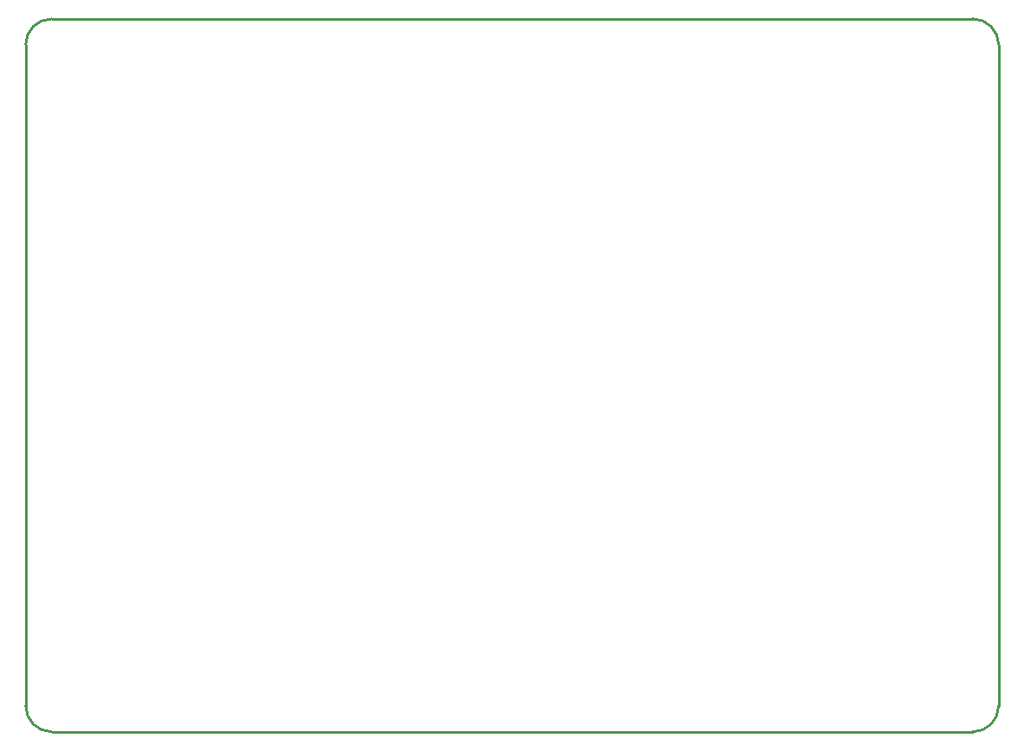
<source format=gbr>
G04 #@! TF.GenerationSoftware,KiCad,Pcbnew,5.1.4-e60b266~84~ubuntu18.04.1*
G04 #@! TF.CreationDate,2019-09-07T16:25:42+05:00*
G04 #@! TF.ProjectId,rck22,72636b32-322e-46b6-9963-61645f706362,rev?*
G04 #@! TF.SameCoordinates,Original*
G04 #@! TF.FileFunction,Profile,NP*
%FSLAX46Y46*%
G04 Gerber Fmt 4.6, Leading zero omitted, Abs format (unit mm)*
G04 Created by KiCad (PCBNEW 5.1.4-e60b266~84~ubuntu18.04.1) date 2019-09-07 16:25:42*
%MOMM*%
%LPD*%
G04 APERTURE LIST*
%ADD10C,0.254000*%
G04 APERTURE END LIST*
D10*
X185420000Y-54610000D02*
G75*
G02X187960000Y-57150000I0J-2540000D01*
G01*
X92710000Y-57150000D02*
G75*
G02X95250000Y-54610000I2540000J0D01*
G01*
X95250000Y-124460000D02*
G75*
G02X92710000Y-121920000I0J2540000D01*
G01*
X187960000Y-121920000D02*
G75*
G02X185420000Y-124460000I-2540000J0D01*
G01*
X185420000Y-54610000D02*
X95250000Y-54610000D01*
X187960000Y-121920000D02*
X187960000Y-57150000D01*
X95250000Y-124460000D02*
X185420000Y-124460000D01*
X92710000Y-57150000D02*
X92710000Y-121920000D01*
M02*

</source>
